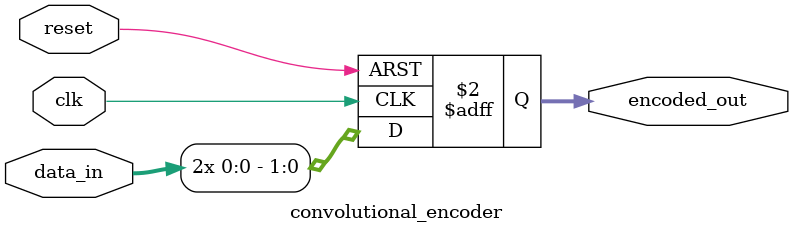
<source format=v>
module convolutional_encoder (
    input clk,
    input reset,
    input data_in,
    output reg [1:0] encoded_out // 2-bit encoded output
);

always @(posedge clk or posedge reset) begin
    if (reset) begin
        encoded_out <= 0;
    end else begin
        encoded_out <= {data_in, data_in}; 
    end
end

endmodule

</source>
